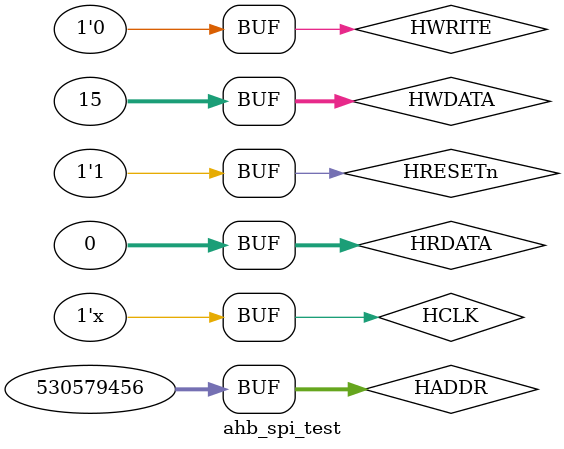
<source format=sv>

module ahb_spi_test ();

	logic [5:0] HSEL;
	logic HCLK;
	logic HRESETn;
	logic [31:0] HWDATA, HRDATA;
	logic [31:0] HADDR;
	logic [1:0] HTRANS;
	logic HWRITE;
	
	logic MISO, MOSI, SCLK, CS;
	
	
	ahb_decoder ahb_decoder(HADDR, HSEL);

	mfp_ahb_spi ahb_spi ( 	.HCLK(HCLK), .HRESETn(HRESETn), .HADDR(HADDR[3:0]), .HTRANS(HTRANS), .HWDATA(HWDATA), .HWRITE(HWRITE),
							.HSEL(HSEL), .HRDATA(HRDATA), .MISO(MISO), .MOSI(MOSI), .SCLK(SCLK), .CS(CS));

	
	initial begin
		// initial setup
		HCLK = '0;
		HADDR = '0;
		HWDATA = '0;
		HRDATA = '0;
		HWRITE = '0;
		HRESETn = '0;
		#3;
		
		// take out of reset
		HRESETn = 1'b1;
		#2;
		
		// Simulate a write to the bus to the SPI peripheral
		HADDR = 32'h1FA00000;
		#2; 
		HWDATA = 32'h000F;
	
	end
	
	
	
	
	always #1 HCLK = ~HCLK;

endmodule


</source>
